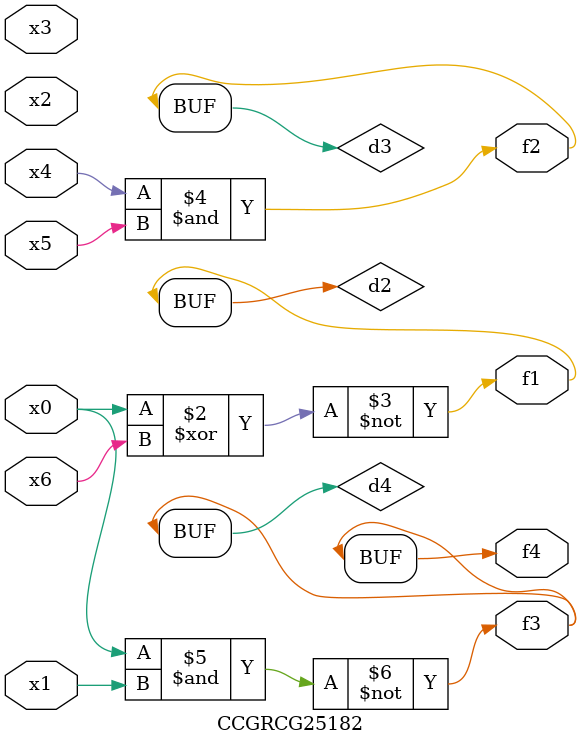
<source format=v>
module CCGRCG25182(
	input x0, x1, x2, x3, x4, x5, x6,
	output f1, f2, f3, f4
);

	wire d1, d2, d3, d4;

	nor (d1, x0);
	xnor (d2, x0, x6);
	and (d3, x4, x5);
	nand (d4, x0, x1);
	assign f1 = d2;
	assign f2 = d3;
	assign f3 = d4;
	assign f4 = d4;
endmodule

</source>
